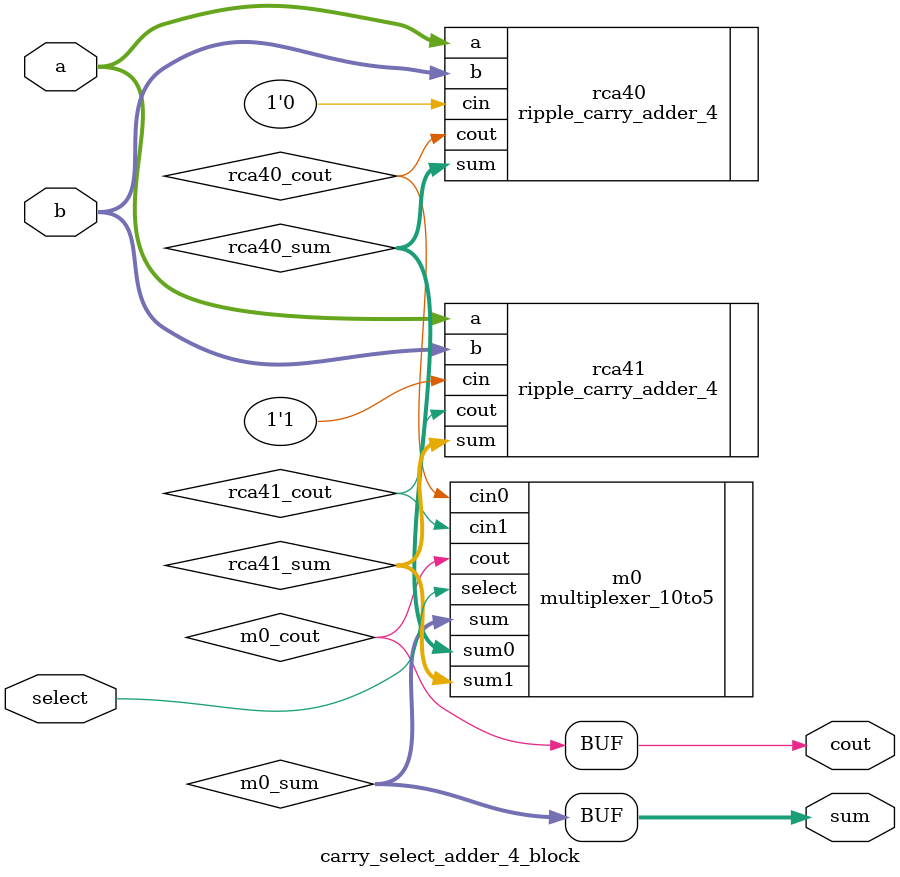
<source format=v>
module carry_select_adder_4_block(
    input wire select,
    input wire [3:0] a,
    input wire [3:0] b,
    output wire [3:0] sum,
    output wire cout
);

wire rca40_cout, rca41_cout;
wire [3:0] rca40_sum, rca41_sum;
ripple_carry_adder_4 rca40(
    .a(a),
    .b(b),
    .cin(1'b0),
    .cout(rca40_cout),
    .sum(rca40_sum)
);

ripple_carry_adder_4 rca41(
    .a(a),
    .b(b),
    .cin(1'b1),
    .cout(rca41_cout),
    .sum(rca41_sum)
);

wire m0_cout;
wire [3:0] m0_sum;
multiplexer_10to5 m0(
    .select(select),
    .cin0(rca40_cout),
    .sum0(rca40_sum),
    .cin1(rca41_cout),
    .sum1(rca41_sum),
    .cout(m0_cout),
    .sum(m0_sum)
);

assign sum = m0_sum;
assign cout = m0_cout;

endmodule
</source>
